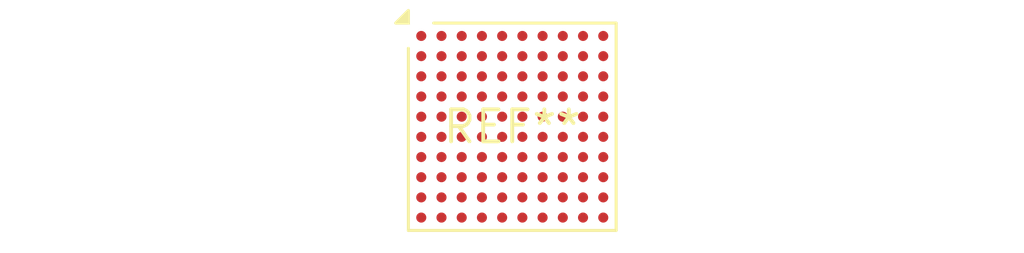
<source format=kicad_pcb>
(kicad_pcb (version 20240108) (generator pcbnew)
  (layers (0 "F.Cu" signal) (31 "B.Cu" signal) (34 "B.Paste" user) (35 "F.Paste" user) (36 "B.SilkS" user "B.Silkscreen") (37 "F.SilkS" user "F.Silkscreen") (38 "B.Mask" user) (39 "F.Mask" user) (44 "Edge.Cuts" user))
  (net 0 "")
  (footprint "TFBGA-100_8x8mm_Layout10x10_P0.8mm" (layer "F.Cu") (at 0 0)
    (property "Reference" "REF**")
    (property "Value" "TFBGA-100_8x8mm_Layout10x10_P0.8mm")
    (fp_line (start -4.11 4.11) (end -4.11 -3.11) (layer "F.SilkS") (stroke (width 0.12)))
    (fp_line (start -3.11 -4.11) (end 4.11 -4.11) (layer "F.SilkS") (stroke (width 0.12)))
    (fp_line (start 4.11 -4.11) (end 4.11 4.11) (layer "F.SilkS") (stroke (width 0.12)))
    (fp_line (start 4.11 4.11) (end -4.11 4.11) (layer "F.SilkS") (stroke (width 0.12)))
    (fp_poly (pts (xy -4.11 -4.11) (xy -4.61 -4.11) (xy -4.11 -4.61) (xy -4.11 -4.11)) (layer "F.SilkS") (stroke (width 0.12)) (fill solid))
    (pad "A1" smd circle (at -3.6 -3.6) (size 0.4 0.4) (property pad_prop_bga) (layers "F.Cu" "F.Paste" "F.Mask"))
    (pad "A2" smd circle (at -2.8 -3.6) (size 0.4 0.4) (property pad_prop_bga) (layers "F.Cu" "F.Paste" "F.Mask"))
    (pad "A3" smd circle (at -2 -3.6) (size 0.4 0.4) (property pad_prop_bga) (layers "F.Cu" "F.Paste" "F.Mask"))
    (pad "A4" smd circle (at -1.2 -3.6) (size 0.4 0.4) (property pad_prop_bga) (layers "F.Cu" "F.Paste" "F.Mask"))
    (pad "A5" smd circle (at -0.4 -3.6) (size 0.4 0.4) (property pad_prop_bga) (layers "F.Cu" "F.Paste" "F.Mask"))
    (pad "A6" smd circle (at 0.4 -3.6) (size 0.4 0.4) (property pad_prop_bga) (layers "F.Cu" "F.Paste" "F.Mask"))
    (pad "A7" smd circle (at 1.2 -3.6) (size 0.4 0.4) (property pad_prop_bga) (layers "F.Cu" "F.Paste" "F.Mask"))
    (pad "A8" smd circle (at 2 -3.6) (size 0.4 0.4) (property pad_prop_bga) (layers "F.Cu" "F.Paste" "F.Mask"))
    (pad "A9" smd circle (at 2.8 -3.6) (size 0.4 0.4) (property pad_prop_bga) (layers "F.Cu" "F.Paste" "F.Mask"))
    (pad "A10" smd circle (at 3.6 -3.6) (size 0.4 0.4) (property pad_prop_bga) (layers "F.Cu" "F.Paste" "F.Mask"))
    (pad "B1" smd circle (at -3.6 -2.8) (size 0.4 0.4) (property pad_prop_bga) (layers "F.Cu" "F.Paste" "F.Mask"))
    (pad "B2" smd circle (at -2.8 -2.8) (size 0.4 0.4) (property pad_prop_bga) (layers "F.Cu" "F.Paste" "F.Mask"))
    (pad "B3" smd circle (at -2 -2.8) (size 0.4 0.4) (property pad_prop_bga) (layers "F.Cu" "F.Paste" "F.Mask"))
    (pad "B4" smd circle (at -1.2 -2.8) (size 0.4 0.4) (property pad_prop_bga) (layers "F.Cu" "F.Paste" "F.Mask"))
    (pad "B5" smd circle (at -0.4 -2.8) (size 0.4 0.4) (property pad_prop_bga) (layers "F.Cu" "F.Paste" "F.Mask"))
    (pad "B6" smd circle (at 0.4 -2.8) (size 0.4 0.4) (property pad_prop_bga) (layers "F.Cu" "F.Paste" "F.Mask"))
    (pad "B7" smd circle (at 1.2 -2.8) (size 0.4 0.4) (property pad_prop_bga) (layers "F.Cu" "F.Paste" "F.Mask"))
    (pad "B8" smd circle (at 2 -2.8) (size 0.4 0.4) (property pad_prop_bga) (layers "F.Cu" "F.Paste" "F.Mask"))
    (pad "B9" smd circle (at 2.8 -2.8) (size 0.4 0.4) (property pad_prop_bga) (layers "F.Cu" "F.Paste" "F.Mask"))
    (pad "B10" smd circle (at 3.6 -2.8) (size 0.4 0.4) (property pad_prop_bga) (layers "F.Cu" "F.Paste" "F.Mask"))
    (pad "C1" smd circle (at -3.6 -2) (size 0.4 0.4) (property pad_prop_bga) (layers "F.Cu" "F.Paste" "F.Mask"))
    (pad "C2" smd circle (at -2.8 -2) (size 0.4 0.4) (property pad_prop_bga) (layers "F.Cu" "F.Paste" "F.Mask"))
    (pad "C3" smd circle (at -2 -2) (size 0.4 0.4) (property pad_prop_bga) (layers "F.Cu" "F.Paste" "F.Mask"))
    (pad "C4" smd circle (at -1.2 -2) (size 0.4 0.4) (property pad_prop_bga) (layers "F.Cu" "F.Paste" "F.Mask"))
    (pad "C5" smd circle (at -0.4 -2) (size 0.4 0.4) (property pad_prop_bga) (layers "F.Cu" "F.Paste" "F.Mask"))
    (pad "C6" smd circle (at 0.4 -2) (size 0.4 0.4) (property pad_prop_bga) (layers "F.Cu" "F.Paste" "F.Mask"))
    (pad "C7" smd circle (at 1.2 -2) (size 0.4 0.4) (property pad_prop_bga) (layers "F.Cu" "F.Paste" "F.Mask"))
    (pad "C8" smd circle (at 2 -2) (size 0.4 0.4) (property pad_prop_bga) (layers "F.Cu" "F.Paste" "F.Mask"))
    (pad "C9" smd circle (at 2.8 -2) (size 0.4 0.4) (property pad_prop_bga) (layers "F.Cu" "F.Paste" "F.Mask"))
    (pad "C10" smd circle (at 3.6 -2) (size 0.4 0.4) (property pad_prop_bga) (layers "F.Cu" "F.Paste" "F.Mask"))
    (pad "D1" smd circle (at -3.6 -1.2) (size 0.4 0.4) (property pad_prop_bga) (layers "F.Cu" "F.Paste" "F.Mask"))
    (pad "D2" smd circle (at -2.8 -1.2) (size 0.4 0.4) (property pad_prop_bga) (layers "F.Cu" "F.Paste" "F.Mask"))
    (pad "D3" smd circle (at -2 -1.2) (size 0.4 0.4) (property pad_prop_bga) (layers "F.Cu" "F.Paste" "F.Mask"))
    (pad "D4" smd circle (at -1.2 -1.2) (size 0.4 0.4) (property pad_prop_bga) (layers "F.Cu" "F.Paste" "F.Mask"))
    (pad "D5" smd circle (at -0.4 -1.2) (size 0.4 0.4) (property pad_prop_bga) (layers "F.Cu" "F.Paste" "F.Mask"))
    (pad "D6" smd circle (at 0.4 -1.2) (size 0.4 0.4) (property pad_prop_bga) (layers "F.Cu" "F.Paste" "F.Mask"))
    (pad "D7" smd circle (at 1.2 -1.2) (size 0.4 0.4) (property pad_prop_bga) (layers "F.Cu" "F.Paste" "F.Mask"))
    (pad "D8" smd circle (at 2 -1.2) (size 0.4 0.4) (property pad_prop_bga) (layers "F.Cu" "F.Paste" "F.Mask"))
    (pad "D9" smd circle (at 2.8 -1.2) (size 0.4 0.4) (property pad_prop_bga) (layers "F.Cu" "F.Paste" "F.Mask"))
    (pad "D10" smd circle (at 3.6 -1.2) (size 0.4 0.4) (property pad_prop_bga) (layers "F.Cu" "F.Paste" "F.Mask"))
    (pad "E1" smd circle (at -3.6 -0.4) (size 0.4 0.4) (property pad_prop_bga) (layers "F.Cu" "F.Paste" "F.Mask"))
    (pad "E2" smd circle (at -2.8 -0.4) (size 0.4 0.4) (property pad_prop_bga) (layers "F.Cu" "F.Paste" "F.Mask"))
    (pad "E3" smd circle (at -2 -0.4) (size 0.4 0.4) (property pad_prop_bga) (layers "F.Cu" "F.Paste" "F.Mask"))
    (pad "E4" smd circle (at -1.2 -0.4) (size 0.4 0.4) (property pad_prop_bga) (layers "F.Cu" "F.Paste" "F.Mask"))
    (pad "E5" smd circle (at -0.4 -0.4) (size 0.4 0.4) (property pad_prop_bga) (layers "F.Cu" "F.Paste" "F.Mask"))
    (pad "E6" smd circle (at 0.4 -0.4) (size 0.4 0.4) (property pad_prop_bga) (layers "F.Cu" "F.Paste" "F.Mask"))
    (pad "E7" smd circle (at 1.2 -0.4) (size 0.4 0.4) (property pad_prop_bga) (layers "F.Cu" "F.Paste" "F.Mask"))
    (pad "E8" smd circle (at 2 -0.4) (size 0.4 0.4) (property pad_prop_bga) (layers "F.Cu" "F.Paste" "F.Mask"))
    (pad "E9" smd circle (at 2.8 -0.4) (size 0.4 0.4) (property pad_prop_bga) (layers "F.Cu" "F.Paste" "F.Mask"))
    (pad "E10" smd circle (at 3.6 -0.4) (size 0.4 0.4) (property pad_prop_bga) (layers "F.Cu" "F.Paste" "F.Mask"))
    (pad "F1" smd circle (at -3.6 0.4) (size 0.4 0.4) (property pad_prop_bga) (layers "F.Cu" "F.Paste" "F.Mask"))
    (pad "F2" smd circle (at -2.8 0.4) (size 0.4 0.4) (property pad_prop_bga) (layers "F.Cu" "F.Paste" "F.Mask"))
    (pad "F3" smd circle (at -2 0.4) (size 0.4 0.4) (property pad_prop_bga) (layers "F.Cu" "F.Paste" "F.Mask"))
    (pad "F4" smd circle (at -1.2 0.4) (size 0.4 0.4) (property pad_prop_bga) (layers "F.Cu" "F.Paste" "F.Mask"))
    (pad "F5" smd circle (at -0.4 0.4) (size 0.4 0.4) (property pad_prop_bga) (layers "F.Cu" "F.Paste" "F.Mask"))
    (pad "F6" smd circle (at 0.4 0.4) (size 0.4 0.4) (property pad_prop_bga) (layers "F.Cu" "F.Paste" "F.Mask"))
    (pad "F7" smd circle (at 1.2 0.4) (size 0.4 0.4) (property pad_prop_bga) (layers "F.Cu" "F.Paste" "F.Mask"))
    (pad "F8" smd circle (at 2 0.4) (size 0.4 0.4) (property pad_prop_bga) (layers "F.Cu" "F.Paste" "F.Mask"))
    (pad "F9" smd circle (at 2.8 0.4) (size 0.4 0.4) (property pad_prop_bga) (layers "F.Cu" "F.Paste" "F.Mask"))
    (pad "F10" smd circle (at 3.6 0.4) (size 0.4 0.4) (property pad_prop_bga) (layers "F.Cu" "F.Paste" "F.Mask"))
    (pad "G1" smd circle (at -3.6 1.2) (size 0.4 0.4) (property pad_prop_bga) (layers "F.Cu" "F.Paste" "F.Mask"))
    (pad "G2" smd circle (at -2.8 1.2) (size 0.4 0.4) (property pad_prop_bga) (layers "F.Cu" "F.Paste" "F.Mask"))
    (pad "G3" smd circle (at -2 1.2) (size 0.4 0.4) (property pad_prop_bga) (layers "F.Cu" "F.Paste" "F.Mask"))
    (pad "G4" smd circle (at -1.2 1.2) (size 0.4 0.4) (property pad_prop_bga) (layers "F.Cu" "F.Paste" "F.Mask"))
    (pad "G5" smd circle (at -0.4 1.2) (size 0.4 0.4) (property pad_prop_bga) (layers "F.Cu" "F.Paste" "F.Mask"))
    (pad "G6" smd circle (at 0.4 1.2) (size 0.4 0.4) (property pad_prop_bga) (layers "F.Cu" "F.Paste" "F.Mask"))
    (pad "G7" smd circle (at 1.2 1.2) (size 0.4 0.4) (property pad_prop_bga) (layers "F.Cu" "F.Paste" "F.Mask"))
    (pad "G8" smd circle (at 2 1.2) (size 0.4 0.4) (property pad_prop_bga) (layers "F.Cu" "F.Paste" "F.Mask"))
    (pad "G9" smd circle (at 2.8 1.2) (size 0.4 0.4) (property pad_prop_bga) (layers "F.Cu" "F.Paste" "F.Mask"))
    (pad "G10" smd circle (at 3.6 1.2) (size 0.4 0.4) (property pad_prop_bga) (layers "F.Cu" "F.Paste" "F.Mask"))
    (pad "H1" smd circle (at -3.6 2) (size 0.4 0.4) (property pad_prop_bga) (layers "F.Cu" "F.Paste" "F.Mask"))
    (pad "H2" smd circle (at -2.8 2) (size 0.4 0.4) (property pad_prop_bga) (layers "F.Cu" "F.Paste" "F.Mask"))
    (pad "H3" smd circle (at -2 2) (size 0.4 0.4) (property pad_prop_bga) (layers "F.Cu" "F.Paste" "F.Mask"))
    (pad "H4" smd circle (at -1.2 2) (size 0.4 0.4) (property pad_prop_bga) (layers "F.Cu" "F.Paste" "F.Mask"))
    (pad "H5" smd circle (at -0.4 2) (size 0.4 0.4) (property pad_prop_bga) (layers "F.Cu" "F.Paste" "F.Mask"))
    (pad "H6" smd circle (at 0.4 2) (size 0.4 0.4) (property pad_prop_bga) (layers "F.Cu" "F.Paste" "F.Mask"))
    (pad "H7" smd circle (at 1.2 2) (size 0.4 0.4) (property pad_prop_bga) (layers "F.Cu" "F.Paste" "F.Mask"))
    (pad "H8" smd circle (at 2 2) (size 0.4 0.4) (property pad_prop_bga) (layers "F.Cu" "F.Paste" "F.Mask"))
    (pad "H9" smd circle (at 2.8 2) (size 0.4 0.4) (property pad_prop_bga) (layers "F.Cu" "F.Paste" "F.Mask"))
    (pad "H10" smd circle (at 3.6 2) (size 0.4 0.4) (property pad_prop_bga) (layers "F.Cu" "F.Paste" "F.Mask"))
    (pad "J1" smd circle (at -3.6 2.8) (size 0.4 0.4) (property pad_prop_bga) (layers "F.Cu" "F.Paste" "F.Mask"))
    (pad "J2" smd circle (at -2.8 2.8) (size 0.4 0.4) (property pad_prop_bga) (layers "F.Cu" "F.Paste" "F.Mask"))
    (pad "J3" smd circle (at -2 2.8) (size 0.4 0.4) (property pad_prop_bga) (layers "F.Cu" "F.Paste" "F.Mask"))
    (pad "J4" smd circle (at -1.2 2.8) (size 0.4 0.4) (property pad_prop_bga) (layers "F.Cu" "F.Paste" "F.Mask"))
    (pad "J5" smd circle (at -0.4 2.8) (size 0.4 0.4) (property pad_prop_bga) (layers "F.Cu" "F.Paste" "F.Mask"))
    (pad "J6" smd circle (at 0.4 2.8) (size 0.4 0.4) (property pad_prop_bga) (layers "F.Cu" "F.Paste" "F.Mask"))
    (pad "J7" smd circle (at 1.2 2.8) (size 0.4 0.4) (property pad_prop_bga) (layers "F.Cu" "F.Paste" "F.Mask"))
    (pad "J8" smd circle (at 2 2.8) (size 0.4 0.4) (property pad_prop_bga) (layers "F.Cu" "F.Paste" "F.Mask"))
    (pad "J9" smd circle (at 2.8 2.8) (size 0.4 0.4) (property pad_prop_bga) (layers "F.Cu" "F.Paste" "F.Mask"))
    (pad "J10" smd circle (at 3.6 2.8) (size 0.4 0.4) (property pad_prop_bga) (layers "F.Cu" "F.Paste" "F.Mask"))
    (pad "K1" smd circle (at -3.6 3.6) (size 0.4 0.4) (property pad_prop_bga) (layers "F.Cu" "F.Paste" "F.Mask"))
    (pad "K2" smd circle (at -2.8 3.6) (size 0.4 0.4) (property pad_prop_bga) (layers "F.Cu" "F.Paste" "F.Mask"))
    (pad "K3" smd circle (at -2 3.6) (size 0.4 0.4) (property pad_prop_bga) (layers "F.Cu" "F.Paste" "F.Mask"))
    (pad "K4" smd circle (at -1.2 3.6) (size 0.4 0.4) (property pad_prop_bga) (layers "F.Cu" "F.Paste" "F.Mask"))
    (pad "K5" smd circle (at -0.4 3.6) (size 0.4 0.4) (property pad_prop_bga) (layers "F.Cu" "F.Paste" "F.Mask"))
    (pad "K6" smd circle (at 0.4 3.6) (size 0.4 0.4) (property pad_prop_bga) (layers "F.Cu" "F.Paste" "F.Mask"))
    (pad "K7" smd circle (at 1.2 3.6) (size 0.4 0.4) (property pad_prop_bga) (layers "F.Cu" "F.Paste" "F.Mask"))
    (pad "K8" smd circle (at 2 3.6) (size 0.4 0.4) (property pad_prop_bga) (layers "F.Cu" "F.Paste" "F.Mask"))
    (pad "K9" smd circle (at 2.8 3.6) (size 0.4 0.4) (property pad_prop_bga) (layers "F.Cu" "F.Paste" "F.Mask"))
    (pad "K10" smd circle (at 3.6 3.6) (size 0.4 0.4) (property pad_prop_bga) (layers "F.Cu" "F.Paste" "F.Mask"))
  )
)
</source>
